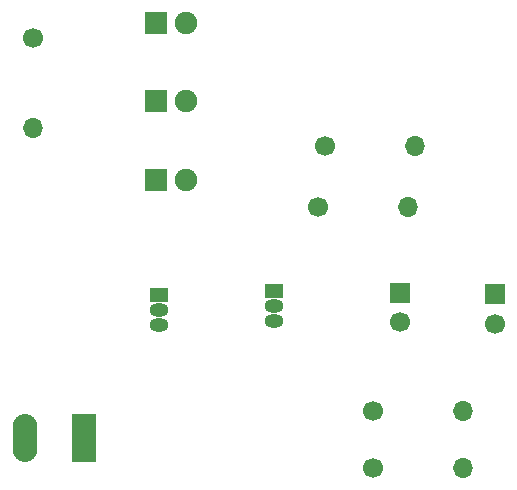
<source format=gbr>
%TF.GenerationSoftware,KiCad,Pcbnew,(5.1.6)-1*%
%TF.CreationDate,2020-09-30T19:57:20-06:00*%
%TF.ProjectId,PCB_LDE,5043425f-4c44-4452-9e6b-696361645f70,v1.0*%
%TF.SameCoordinates,Original*%
%TF.FileFunction,Soldermask,Bot*%
%TF.FilePolarity,Negative*%
%FSLAX46Y46*%
G04 Gerber Fmt 4.6, Leading zero omitted, Abs format (unit mm)*
G04 Created by KiCad (PCBNEW (5.1.6)-1) date 2020-09-30 19:57:20*
%MOMM*%
%LPD*%
G01*
G04 APERTURE LIST*
%ADD10R,1.700000X1.700000*%
%ADD11C,1.700000*%
%ADD12R,1.900000X1.900000*%
%ADD13C,1.900000*%
%ADD14O,1.600000X1.150000*%
%ADD15R,1.600000X1.150000*%
%ADD16O,1.700000X1.700000*%
%ADD17R,2.080000X4.060000*%
%ADD18O,2.080000X4.060000*%
G04 APERTURE END LIST*
D10*
%TO.C,C1*%
X154559000Y-105156000D03*
D11*
X154559000Y-107656000D03*
%TD*%
%TO.C,C2*%
X146507200Y-107529000D03*
D10*
X146507200Y-105029000D03*
%TD*%
D12*
%TO.C,D1*%
X125857000Y-82169000D03*
D13*
X128397000Y-82169000D03*
%TD*%
%TO.C,D2*%
X128397000Y-95504000D03*
D12*
X125857000Y-95504000D03*
%TD*%
%TO.C,D3*%
X125857000Y-88773000D03*
D13*
X128397000Y-88773000D03*
%TD*%
D14*
%TO.C,Q1*%
X126161800Y-106476800D03*
X126161800Y-107746800D03*
D15*
X126161800Y-105206800D03*
%TD*%
%TO.C,Q2*%
X135915400Y-104902000D03*
D14*
X135915400Y-107442000D03*
X135915400Y-106172000D03*
%TD*%
D11*
%TO.C,R1*%
X139573000Y-97790000D03*
D16*
X147193000Y-97790000D03*
%TD*%
D11*
%TO.C,R2*%
X140208000Y-92583000D03*
D16*
X147828000Y-92583000D03*
%TD*%
%TO.C,R3*%
X151892000Y-119888000D03*
D11*
X144272000Y-119888000D03*
%TD*%
%TO.C,R4*%
X115443000Y-83489800D03*
D16*
X115443000Y-91109800D03*
%TD*%
%TO.C,R5*%
X151892000Y-115062000D03*
D11*
X144272000Y-115062000D03*
%TD*%
D17*
%TO.C,J1*%
X119761000Y-117348000D03*
D18*
X114761000Y-117348000D03*
%TD*%
M02*

</source>
